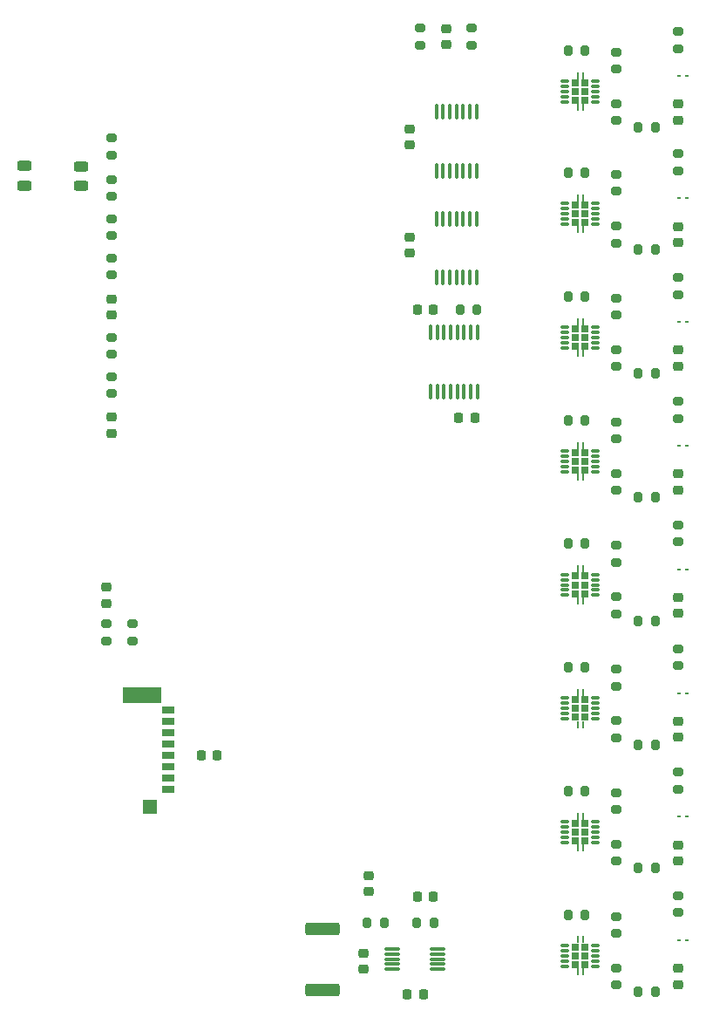
<source format=gtp>
%TF.GenerationSoftware,KiCad,Pcbnew,9.0.4*%
%TF.CreationDate,2025-11-02T16:09:33+01:00*%
%TF.ProjectId,controller,636f6e74-726f-46c6-9c65-722e6b696361,rev?*%
%TF.SameCoordinates,Original*%
%TF.FileFunction,Paste,Top*%
%TF.FilePolarity,Positive*%
%FSLAX46Y46*%
G04 Gerber Fmt 4.6, Leading zero omitted, Abs format (unit mm)*
G04 Created by KiCad (PCBNEW 9.0.4) date 2025-11-02 16:09:33*
%MOMM*%
%LPD*%
G01*
G04 APERTURE LIST*
G04 Aperture macros list*
%AMRoundRect*
0 Rectangle with rounded corners*
0 $1 Rounding radius*
0 $2 $3 $4 $5 $6 $7 $8 $9 X,Y pos of 4 corners*
0 Add a 4 corners polygon primitive as box body*
4,1,4,$2,$3,$4,$5,$6,$7,$8,$9,$2,$3,0*
0 Add four circle primitives for the rounded corners*
1,1,$1+$1,$2,$3*
1,1,$1+$1,$4,$5*
1,1,$1+$1,$6,$7*
1,1,$1+$1,$8,$9*
0 Add four rect primitives between the rounded corners*
20,1,$1+$1,$2,$3,$4,$5,0*
20,1,$1+$1,$4,$5,$6,$7,0*
20,1,$1+$1,$6,$7,$8,$9,0*
20,1,$1+$1,$8,$9,$2,$3,0*%
G04 Aperture macros list end*
%ADD10RoundRect,0.200000X-0.275000X0.200000X-0.275000X-0.200000X0.275000X-0.200000X0.275000X0.200000X0*%
%ADD11RoundRect,0.062500X-0.117500X-0.062500X0.117500X-0.062500X0.117500X0.062500X-0.117500X0.062500X0*%
%ADD12RoundRect,0.200000X-0.200000X-0.275000X0.200000X-0.275000X0.200000X0.275000X-0.200000X0.275000X0*%
%ADD13RoundRect,0.100000X0.100000X-0.637500X0.100000X0.637500X-0.100000X0.637500X-0.100000X-0.637500X0*%
%ADD14RoundRect,0.225000X-0.250000X0.225000X-0.250000X-0.225000X0.250000X-0.225000X0.250000X0.225000X0*%
%ADD15RoundRect,0.243750X0.456250X-0.243750X0.456250X0.243750X-0.456250X0.243750X-0.456250X-0.243750X0*%
%ADD16RoundRect,0.200000X0.275000X-0.200000X0.275000X0.200000X-0.275000X0.200000X-0.275000X-0.200000X0*%
%ADD17R,0.640000X0.640000*%
%ADD18RoundRect,0.070000X-0.355000X-0.070000X0.355000X-0.070000X0.355000X0.070000X-0.355000X0.070000X0*%
%ADD19R,0.280000X0.700000*%
%ADD20RoundRect,0.225000X0.225000X0.250000X-0.225000X0.250000X-0.225000X-0.250000X0.225000X-0.250000X0*%
%ADD21RoundRect,0.225000X0.250000X-0.225000X0.250000X0.225000X-0.250000X0.225000X-0.250000X-0.225000X0*%
%ADD22R,1.200000X0.700000*%
%ADD23R,3.800000X1.500000*%
%ADD24R,1.400000X1.450000*%
%ADD25RoundRect,0.100000X-0.100000X0.637500X-0.100000X-0.637500X0.100000X-0.637500X0.100000X0.637500X0*%
%ADD26RoundRect,0.225000X-0.225000X-0.250000X0.225000X-0.250000X0.225000X0.250000X-0.225000X0.250000X0*%
%ADD27RoundRect,0.200000X0.200000X0.275000X-0.200000X0.275000X-0.200000X-0.275000X0.200000X-0.275000X0*%
%ADD28RoundRect,0.250000X1.425000X-0.362500X1.425000X0.362500X-1.425000X0.362500X-1.425000X-0.362500X0*%
%ADD29RoundRect,0.075000X0.650000X0.075000X-0.650000X0.075000X-0.650000X-0.075000X0.650000X-0.075000X0*%
G04 APERTURE END LIST*
D10*
%TO.C,R32*%
X45000000Y-55675000D03*
X45000000Y-57325000D03*
%TD*%
D11*
%TO.C,D2*%
X100920000Y-65700000D03*
X100080000Y-65700000D03*
%TD*%
D10*
%TO.C,R29*%
X45000000Y-67175000D03*
X45000000Y-68825000D03*
%TD*%
D12*
%TO.C,R6*%
X89350000Y-63200000D03*
X91000000Y-63200000D03*
%TD*%
D13*
%TO.C,U1*%
X76550000Y-51019870D03*
X77200000Y-51019870D03*
X77850000Y-51019870D03*
X78500000Y-51019870D03*
X79150000Y-51019870D03*
X79800000Y-51019870D03*
X80450000Y-51019870D03*
X80450000Y-45294870D03*
X79800000Y-45294870D03*
X79150000Y-45294870D03*
X78500000Y-45294870D03*
X77850000Y-45294870D03*
X77200000Y-45294870D03*
X76550000Y-45294870D03*
%TD*%
D12*
%TO.C,R44*%
X96175000Y-130720000D03*
X97825000Y-130720000D03*
%TD*%
D11*
%TO.C,D3*%
X100920000Y-77720000D03*
X100080000Y-77720000D03*
%TD*%
D14*
%TO.C,C19*%
X74000000Y-57450000D03*
X74000000Y-59000000D03*
%TD*%
D12*
%TO.C,R39*%
X96175000Y-118720000D03*
X97825000Y-118720000D03*
%TD*%
D14*
%TO.C,C31*%
X100000000Y-44550000D03*
X100000000Y-46100000D03*
%TD*%
D15*
%TO.C,D10*%
X36500000Y-52437500D03*
X36500000Y-50562500D03*
%TD*%
D12*
%TO.C,R19*%
X96175000Y-94720000D03*
X97825000Y-94720000D03*
%TD*%
D16*
%TO.C,R37*%
X94000000Y-113045000D03*
X94000000Y-111395000D03*
%TD*%
D14*
%TO.C,C7*%
X100000000Y-92445000D03*
X100000000Y-93995000D03*
%TD*%
D10*
%TO.C,R10*%
X100000000Y-61375000D03*
X100000000Y-63025000D03*
%TD*%
D16*
%TO.C,R26*%
X45000000Y-53500000D03*
X45000000Y-51850000D03*
%TD*%
D11*
%TO.C,D4*%
X100920000Y-89720000D03*
X100080000Y-89720000D03*
%TD*%
D10*
%TO.C,R3*%
X94000000Y-56375000D03*
X94000000Y-58025000D03*
%TD*%
D17*
%TO.C,U8*%
X90045000Y-114360000D03*
X90045000Y-115220000D03*
X90045000Y-116080000D03*
X91005000Y-114360000D03*
X91005000Y-115220000D03*
X91005000Y-116080000D03*
D18*
X89050000Y-114220000D03*
X89050000Y-114720000D03*
X89050000Y-115220000D03*
X89050000Y-115720000D03*
X89050000Y-116220000D03*
X92000000Y-116220000D03*
X92000000Y-115720000D03*
X92000000Y-115220000D03*
X92000000Y-114720000D03*
X92000000Y-114220000D03*
D19*
X90275000Y-113670000D03*
X90275000Y-116770000D03*
X90775000Y-113670000D03*
X90775000Y-116770000D03*
%TD*%
D12*
%TO.C,R54*%
X89350000Y-39325000D03*
X91000000Y-39325000D03*
%TD*%
%TO.C,R11*%
X89350000Y-75220000D03*
X91000000Y-75220000D03*
%TD*%
D16*
%TO.C,R30*%
X45000000Y-72650000D03*
X45000000Y-71000000D03*
%TD*%
D20*
%TO.C,C27*%
X76275000Y-64500000D03*
X74725000Y-64500000D03*
%TD*%
D17*
%TO.C,U5*%
X90045000Y-78360000D03*
X90045000Y-79220000D03*
X90045000Y-80080000D03*
X91005000Y-78360000D03*
X91005000Y-79220000D03*
X91005000Y-80080000D03*
D18*
X89050000Y-78220000D03*
X89050000Y-78720000D03*
X89050000Y-79220000D03*
X89050000Y-79720000D03*
X89050000Y-80220000D03*
X92000000Y-80220000D03*
X92000000Y-79720000D03*
X92000000Y-79220000D03*
X92000000Y-78720000D03*
X92000000Y-78220000D03*
D19*
X90275000Y-77670000D03*
X90275000Y-80770000D03*
X90775000Y-77670000D03*
X90775000Y-80770000D03*
%TD*%
D14*
%TO.C,C13*%
X100000000Y-128445000D03*
X100000000Y-129995000D03*
%TD*%
D10*
%TO.C,R35*%
X100000000Y-97395000D03*
X100000000Y-99045000D03*
%TD*%
D16*
%TO.C,R12*%
X94000000Y-77045000D03*
X94000000Y-75395000D03*
%TD*%
D10*
%TO.C,R38*%
X94000000Y-116395000D03*
X94000000Y-118045000D03*
%TD*%
D17*
%TO.C,U13*%
X90045000Y-42465000D03*
X90045000Y-43325000D03*
X90045000Y-44185000D03*
X91005000Y-42465000D03*
X91005000Y-43325000D03*
X91005000Y-44185000D03*
D18*
X89050000Y-42325000D03*
X89050000Y-42825000D03*
X89050000Y-43325000D03*
X89050000Y-43825000D03*
X89050000Y-44325000D03*
X92000000Y-44325000D03*
X92000000Y-43825000D03*
X92000000Y-43325000D03*
X92000000Y-42825000D03*
X92000000Y-42325000D03*
D19*
X90275000Y-41775000D03*
X90275000Y-44875000D03*
X90775000Y-41775000D03*
X90775000Y-44875000D03*
%TD*%
D10*
%TO.C,R18*%
X94000000Y-92395000D03*
X94000000Y-94045000D03*
%TD*%
D21*
%TO.C,C26*%
X69500000Y-128537500D03*
X69500000Y-126987500D03*
%TD*%
D10*
%TO.C,R28*%
X47000000Y-95000000D03*
X47000000Y-96650000D03*
%TD*%
%TO.C,R25*%
X45000000Y-47850000D03*
X45000000Y-49500000D03*
%TD*%
D14*
%TO.C,C5*%
X100000000Y-80445000D03*
X100000000Y-81995000D03*
%TD*%
D12*
%TO.C,R41*%
X89350000Y-123220000D03*
X91000000Y-123220000D03*
%TD*%
D10*
%TO.C,R40*%
X100000000Y-109395000D03*
X100000000Y-111045000D03*
%TD*%
D16*
%TO.C,R42*%
X94000000Y-125045000D03*
X94000000Y-123395000D03*
%TD*%
D22*
%TO.C,J11*%
X50500000Y-111090000D03*
X50500000Y-109990000D03*
X50500000Y-108900000D03*
X50500000Y-107800000D03*
X50500000Y-106690000D03*
X50500000Y-105590000D03*
X50500000Y-104500000D03*
X50500000Y-103390000D03*
D23*
X48000000Y-101900000D03*
D24*
X48750000Y-112740000D03*
%TD*%
D25*
%TO.C,U12*%
X80550000Y-66725000D03*
X79900000Y-66725000D03*
X79250000Y-66725000D03*
X78600000Y-66725000D03*
X77950000Y-66725000D03*
X77300000Y-66725000D03*
X76650000Y-66725000D03*
X76000000Y-66725000D03*
X76000000Y-72450000D03*
X76650000Y-72450000D03*
X77300000Y-72450000D03*
X77950000Y-72450000D03*
X78600000Y-72450000D03*
X79250000Y-72450000D03*
X79900000Y-72450000D03*
X80550000Y-72450000D03*
%TD*%
D14*
%TO.C,C9*%
X100000000Y-104445000D03*
X100000000Y-105995000D03*
%TD*%
D12*
%TO.C,R21*%
X89350000Y-99220000D03*
X91000000Y-99220000D03*
%TD*%
D10*
%TO.C,R43*%
X94000000Y-128395000D03*
X94000000Y-130045000D03*
%TD*%
%TO.C,R23*%
X94000000Y-104395000D03*
X94000000Y-106045000D03*
%TD*%
%TO.C,R53*%
X100000000Y-37500000D03*
X100000000Y-39150000D03*
%TD*%
D16*
%TO.C,R17*%
X94000000Y-89045000D03*
X94000000Y-87395000D03*
%TD*%
D14*
%TO.C,C24*%
X70000000Y-119450000D03*
X70000000Y-121000000D03*
%TD*%
D16*
%TO.C,R52*%
X75000000Y-38825000D03*
X75000000Y-37175000D03*
%TD*%
D13*
%TO.C,U2*%
X76550000Y-61382370D03*
X77200000Y-61382370D03*
X77850000Y-61382370D03*
X78500000Y-61382370D03*
X79150000Y-61382370D03*
X79800000Y-61382370D03*
X80450000Y-61382370D03*
X80450000Y-55657370D03*
X79800000Y-55657370D03*
X79150000Y-55657370D03*
X78500000Y-55657370D03*
X77850000Y-55657370D03*
X77200000Y-55657370D03*
X76550000Y-55657370D03*
%TD*%
D12*
%TO.C,R9*%
X96175000Y-70700000D03*
X97825000Y-70700000D03*
%TD*%
D26*
%TO.C,C22*%
X74725000Y-121500000D03*
X76275000Y-121500000D03*
%TD*%
D17*
%TO.C,U4*%
X90045000Y-66340000D03*
X90045000Y-67200000D03*
X90045000Y-68060000D03*
X91005000Y-66340000D03*
X91005000Y-67200000D03*
X91005000Y-68060000D03*
D18*
X89050000Y-66200000D03*
X89050000Y-66700000D03*
X89050000Y-67200000D03*
X89050000Y-67700000D03*
X89050000Y-68200000D03*
X92000000Y-68200000D03*
X92000000Y-67700000D03*
X92000000Y-67200000D03*
X92000000Y-66700000D03*
X92000000Y-66200000D03*
D19*
X90275000Y-65650000D03*
X90275000Y-68750000D03*
X90775000Y-65650000D03*
X90775000Y-68750000D03*
%TD*%
D14*
%TO.C,C28*%
X77500000Y-37225000D03*
X77500000Y-38775000D03*
%TD*%
D12*
%TO.C,R16*%
X89350000Y-87220000D03*
X91000000Y-87220000D03*
%TD*%
D17*
%TO.C,U9*%
X90045000Y-126360000D03*
X90045000Y-127220000D03*
X90045000Y-128080000D03*
X91005000Y-126360000D03*
X91005000Y-127220000D03*
X91005000Y-128080000D03*
D18*
X89050000Y-126220000D03*
X89050000Y-126720000D03*
X89050000Y-127220000D03*
X89050000Y-127720000D03*
X89050000Y-128220000D03*
X92000000Y-128220000D03*
X92000000Y-127720000D03*
X92000000Y-127220000D03*
X92000000Y-126720000D03*
X92000000Y-126220000D03*
D19*
X90275000Y-125670000D03*
X90275000Y-128770000D03*
X90775000Y-125670000D03*
X90775000Y-128770000D03*
%TD*%
D11*
%TO.C,D5*%
X100920000Y-101720000D03*
X100080000Y-101720000D03*
%TD*%
D16*
%TO.C,R2*%
X94000000Y-53025000D03*
X94000000Y-51375000D03*
%TD*%
D11*
%TO.C,D7*%
X100920000Y-125720000D03*
X100080000Y-125720000D03*
%TD*%
%TO.C,D1*%
X100920000Y-53700000D03*
X100080000Y-53700000D03*
%TD*%
D17*
%TO.C,U3*%
X90045000Y-54340000D03*
X90045000Y-55200000D03*
X90045000Y-56060000D03*
X91005000Y-54340000D03*
X91005000Y-55200000D03*
X91005000Y-56060000D03*
D18*
X89050000Y-54200000D03*
X89050000Y-54700000D03*
X89050000Y-55200000D03*
X89050000Y-55700000D03*
X89050000Y-56200000D03*
X92000000Y-56200000D03*
X92000000Y-55700000D03*
X92000000Y-55200000D03*
X92000000Y-54700000D03*
X92000000Y-54200000D03*
D19*
X90275000Y-53650000D03*
X90275000Y-56750000D03*
X90775000Y-53650000D03*
X90775000Y-56750000D03*
%TD*%
D15*
%TO.C,D9*%
X42000000Y-52500000D03*
X42000000Y-50625000D03*
%TD*%
D27*
%TO.C,TH1*%
X71500000Y-124000000D03*
X69850000Y-124000000D03*
%TD*%
D10*
%TO.C,R5*%
X100000000Y-49375000D03*
X100000000Y-51025000D03*
%TD*%
D16*
%TO.C,R7*%
X94000000Y-65025000D03*
X94000000Y-63375000D03*
%TD*%
D28*
%TO.C,R34*%
X65500000Y-130500000D03*
X65500000Y-124575000D03*
%TD*%
D16*
%TO.C,R55*%
X94000000Y-41150000D03*
X94000000Y-39500000D03*
%TD*%
D27*
%TO.C,R51*%
X80500000Y-64500000D03*
X78850000Y-64500000D03*
%TD*%
D10*
%TO.C,R56*%
X94000000Y-44500000D03*
X94000000Y-46150000D03*
%TD*%
%TO.C,R45*%
X100000000Y-121395000D03*
X100000000Y-123045000D03*
%TD*%
D27*
%TO.C,R33*%
X76325000Y-124000000D03*
X74675000Y-124000000D03*
%TD*%
D12*
%TO.C,R24*%
X96175000Y-106720000D03*
X97825000Y-106720000D03*
%TD*%
D17*
%TO.C,U6*%
X90045000Y-90360000D03*
X90045000Y-91220000D03*
X90045000Y-92080000D03*
X91005000Y-90360000D03*
X91005000Y-91220000D03*
X91005000Y-92080000D03*
D18*
X89050000Y-90220000D03*
X89050000Y-90720000D03*
X89050000Y-91220000D03*
X89050000Y-91720000D03*
X89050000Y-92220000D03*
X92000000Y-92220000D03*
X92000000Y-91720000D03*
X92000000Y-91220000D03*
X92000000Y-90720000D03*
X92000000Y-90220000D03*
D19*
X90275000Y-89670000D03*
X90275000Y-92770000D03*
X90775000Y-89670000D03*
X90775000Y-92770000D03*
%TD*%
D20*
%TO.C,C29*%
X80275000Y-75000000D03*
X78725000Y-75000000D03*
%TD*%
D10*
%TO.C,R27*%
X44500000Y-95000000D03*
X44500000Y-96650000D03*
%TD*%
%TO.C,TH2*%
X80000000Y-37175000D03*
X80000000Y-38825000D03*
%TD*%
D12*
%TO.C,R36*%
X89350000Y-111220000D03*
X91000000Y-111220000D03*
%TD*%
D21*
%TO.C,C21*%
X44500000Y-93000000D03*
X44500000Y-91450000D03*
%TD*%
D16*
%TO.C,R31*%
X45000000Y-61150000D03*
X45000000Y-59500000D03*
%TD*%
D14*
%TO.C,C1*%
X100000000Y-56425000D03*
X100000000Y-57975000D03*
%TD*%
D12*
%TO.C,R1*%
X89350000Y-51200000D03*
X91000000Y-51200000D03*
%TD*%
D14*
%TO.C,C3*%
X100000000Y-68425000D03*
X100000000Y-69975000D03*
%TD*%
D26*
%TO.C,C30*%
X73725000Y-131000000D03*
X75275000Y-131000000D03*
%TD*%
D12*
%TO.C,R14*%
X96175000Y-82720000D03*
X97825000Y-82720000D03*
%TD*%
D26*
%TO.C,C23*%
X53725000Y-107750000D03*
X55275000Y-107750000D03*
%TD*%
D14*
%TO.C,C11*%
X100000000Y-116445000D03*
X100000000Y-117995000D03*
%TD*%
%TO.C,C18*%
X45000000Y-63500000D03*
X45000000Y-65050000D03*
%TD*%
D10*
%TO.C,R20*%
X100000000Y-85395000D03*
X100000000Y-87045000D03*
%TD*%
D14*
%TO.C,C17*%
X45000000Y-74950000D03*
X45000000Y-76500000D03*
%TD*%
D12*
%TO.C,R57*%
X96175000Y-46825000D03*
X97825000Y-46825000D03*
%TD*%
D10*
%TO.C,R8*%
X94000000Y-68375000D03*
X94000000Y-70025000D03*
%TD*%
D17*
%TO.C,U7*%
X90045000Y-102360000D03*
X90045000Y-103220000D03*
X90045000Y-104080000D03*
X91005000Y-102360000D03*
X91005000Y-103220000D03*
X91005000Y-104080000D03*
D18*
X89050000Y-102220000D03*
X89050000Y-102720000D03*
X89050000Y-103220000D03*
X89050000Y-103720000D03*
X89050000Y-104220000D03*
X92000000Y-104220000D03*
X92000000Y-103720000D03*
X92000000Y-103220000D03*
X92000000Y-102720000D03*
X92000000Y-102220000D03*
D19*
X90275000Y-101670000D03*
X90275000Y-104770000D03*
X90775000Y-101670000D03*
X90775000Y-104770000D03*
%TD*%
D10*
%TO.C,R13*%
X94000000Y-80395000D03*
X94000000Y-82045000D03*
%TD*%
D16*
%TO.C,R22*%
X94000000Y-101045000D03*
X94000000Y-99395000D03*
%TD*%
D14*
%TO.C,C20*%
X74000000Y-46950000D03*
X74000000Y-48500000D03*
%TD*%
D29*
%TO.C,U11*%
X76700000Y-128537500D03*
X76700000Y-128037500D03*
X76700000Y-127537500D03*
X76700000Y-127037500D03*
X76700000Y-126537500D03*
X72300000Y-126537500D03*
X72300000Y-127037500D03*
X72300000Y-127537500D03*
X72300000Y-128037500D03*
X72300000Y-128537500D03*
%TD*%
D11*
%TO.C,D11*%
X100920000Y-41825000D03*
X100080000Y-41825000D03*
%TD*%
%TO.C,D6*%
X100920000Y-113720000D03*
X100080000Y-113720000D03*
%TD*%
D10*
%TO.C,R15*%
X100000000Y-73395000D03*
X100000000Y-75045000D03*
%TD*%
D12*
%TO.C,R4*%
X96175000Y-58700000D03*
X97825000Y-58700000D03*
%TD*%
M02*

</source>
